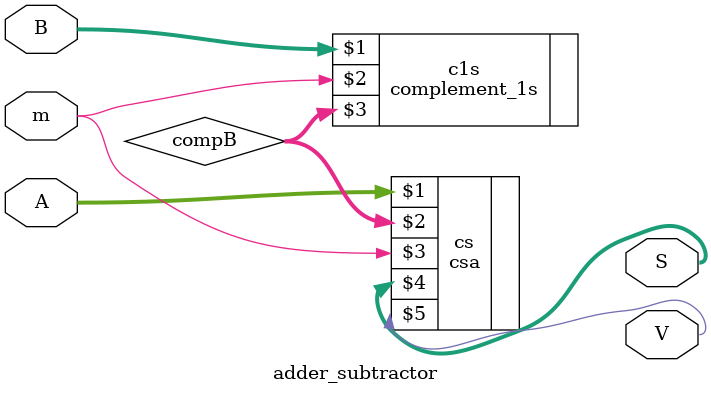
<source format=v>
module adder_subtractor(
	A, B, m, S, V
);

input [3:0] A;
input [3:0] B;
input m;
output [3:0] S;
output V;

wire [3:0] compB;

complement_1s c1s(B, m, compB);
csa cs(A, compB, m, S, V);

endmodule
 




</source>
